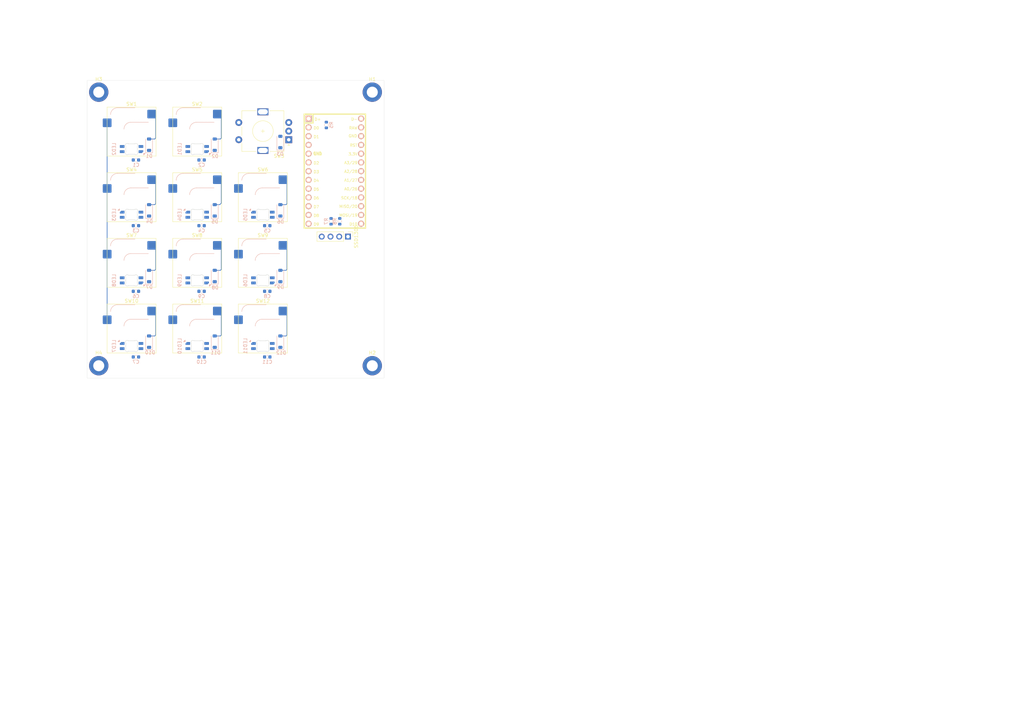
<source format=kicad_pcb>
(kicad_pcb (version 20241229) (generator "pcbnew") (generator_version "9.0")
  (layers (0 "F.Cu" signal) (2 "B.Cu" signal) (13 "F.Paste" user) (15 "B.Paste" user) (5 "F.SilkS" user "F.Silkscreen") (7 "B.SilkS" user "B.Silkscreen") (1 "F.Mask" user) (3 "B.Mask" user) (25 "Edge.Cuts" user))
  (net 0 "")
  (net 1 "Enocder A")
  (net 2 "GND")
  (net 3 "Enocder B")
  (net 4 "+3.3V")
  (net 5 "Row 4")
  (net 6 "Net-(D1-A)")
  (net 7 "Net-(D2-A)")
  (net 8 "Net-(D3-A)")
  (net 9 "Net-(D4-A)")
  (net 10 "Row 1")
  (net 11 "Net-(D5-A)")
  (net 12 "Net-(D6-A)")
  (net 13 "Net-(D7-A)")
  (net 14 "Row 2")
  (net 15 "Row 3")
  (net 17 "Net-(LED1-DOUT)")
  (net 18 "Net-(LED1-DIN)")
  (net 19 "Net-(LED2-DOUT)")
  (net 20 "Net-(LED3-DOUT)")
  (net 21 "Net-(LED4-DOUT)")
  (net 22 "Net-(LED5-DOUT)")
  (net 23 "Net-(LED6-DOUT)")
  (net 24 "Net-(LED7-DIN)")
  (net 25 "Net-(LED10-DIN)")
  (net 26 "Net-(LED8-DIN)")
  (net 27 "Net-(D11-A)")
  (net 28 "Net-(D12-A)")
  (net 29 "Col 3")
  (net 30 "D9")
  (net 31 "D8")
  (net 32 "LED_Matrix")
  (net 33 "SDA_OLED")
  (net 34 "SCL_OLED")
  (net 35 "Col 1")
  (net 36 "Col 2")
  (net 37 "Net-(D9-A)")
  (net 41 "Net-(D8-A)")
  (net 42 "Net-(D10-A)")
  (net 43 "Net-(LED10-DOUT)")
  (footprint "PCM_Switch_Keyboard_Hotswap_Kailh:SW_Hotswap_Kailh_MX_1.00u" (layer "F.Cu") (at 57.15 76.2)
    (property "Reference" "SW8")
    (property "Value" "SW_Push")
  )
  (footprint "footprints:kb2040" (layer "F.Cu") (at 97.2 48.54)
    (property "Reference" "U1" (hide yes))
    (property "Value" "kb2040" (hide yes))
  )
  (footprint "PCM_Switch_Keyboard_Hotswap_Kailh:SW_Hotswap_Kailh_MX_1.00u" (layer "F.Cu") (at 38.1 76.2)
    (property "Reference" "SW7")
    (property "Value" "SW_Push")
  )
  (footprint "PCM_Switch_Keyboard_Hotswap_Kailh:SW_Hotswap_Kailh_MX_1.00u" (layer "F.Cu") (at 38.1 38.1)
    (property "Reference" "SW1")
    (property "Value" "SW_Push")
  )
  (footprint "PCM_Switch_Keyboard_Hotswap_Kailh:SW_Hotswap_Kailh_MX_1.00u" (layer "F.Cu") (at 57.15 57.15)
    (property "Reference" "SW5")
    (property "Value" "SW_Push")
  )
  (footprint "PCM_Switch_Keyboard_Hotswap_Kailh:SW_Hotswap_Kailh_MX_1.00u" (layer "F.Cu") (at 57.15 38.1)
    (property "Reference" "SW2")
    (property "Value" "SW_Push")
  )
  (footprint "PCM_Switch_Keyboard_Hotswap_Kailh:SW_Hotswap_Kailh_MX_1.00u" (layer "F.Cu") (at 76.2 57.15)
    (property "Reference" "SW6")
    (property "Value" "SW_Push")
  )
  (footprint "MountingHole:MountingHole_3.2mm_M3_DIN965_Pad" (layer "F.Cu") (at 28.575 106.045)
    (property "Reference" "H4")
    (property "Value" "MountingHole_Pad")
  )
  (footprint "PCM_Switch_Keyboard_Hotswap_Kailh:SW_Hotswap_Kailh_MX_1.00u" (layer "F.Cu") (at 38.1 95.25)
    (property "Reference" "SW10")
    (property "Value" "SW_Push")
  )
  (footprint "PCM_Switch_Keyboard_Hotswap_Kailh:SW_Hotswap_Kailh_MX_1.00u" (layer "F.Cu") (at 38.1 57.15)
    (property "Reference" "SW4")
    (property "Value" "SW_Push")
  )
  (footprint "Rotary_Encoder:RotaryEncoder_Alps_EC11E-Switch_Vertical_H20mm" (layer "F.Cu") (at 83.71 40.47 180)
    (property "Reference" "SW3")
    (property "Value" "RotaryEncoder_Switch")
  )
  (footprint "PCM_Switch_Keyboard_Hotswap_Kailh:SW_Hotswap_Kailh_MX_1.00u" (layer "F.Cu") (at 76.2 76.2)
    (property "Reference" "SW9")
    (property "Value" "SW_Push")
  )
  (footprint "Connector_PinHeader_2.54mm:PinHeader_1x04_P2.54mm_Vertical" (layer "F.Cu") (at 100.9 68.58 -90)
    (property "Reference" "SSD1306")
    (property "Value" "128 x 32")
  )
  (footprint "MountingHole:MountingHole_3.2mm_M3_DIN965_Pad" (layer "F.Cu") (at 107.95 106.045)
    (property "Reference" "H2")
    (property "Value" "MountingHole_Pad")
  )
  (footprint "PCM_Switch_Keyboard_Hotswap_Kailh:SW_Hotswap_Kailh_MX_1.00u" (layer "F.Cu") (at 57.15 95.25)
    (property "Reference" "SW11")
    (property "Value" "SW_Push")
  )
  (footprint "MountingHole:MountingHole_3.2mm_M3_DIN965_Pad" (layer "F.Cu") (at 107.95 26.67)
    (property "Reference" "H1")
    (property "Value" "MountingHole_Pad")
  )
  (footprint "MountingHole:MountingHole_3.2mm_M3_DIN965_Pad" (layer "F.Cu") (at 28.575 26.67)
    (property "Reference" "H3")
    (property "Value" "MountingHole_Pad")
  )
  (footprint "PCM_Switch_Keyboard_Hotswap_Kailh:SW_Hotswap_Kailh_MX_1.00u" (layer "F.Cu") (at 76.2 95.25)
    (property "Reference" "SW12")
    (property "Value" "SW_Push")
  )
  (footprint "PCM_marbastlib-mx:LED_MX_6028R" (layer "B.Cu") (at 76.2 81.28 180)
    (property "Reference" "LED6")
    (property "Value" "MX_SK6812MINI-E")
    (fp_line (start 1.699999 -0.702841) (end 1.699999 0.702843) (stroke (width 0.1)) (layer "Edge.Cuts"))
    (fp_line (start 0.794452 1.5) (end -0.794453 1.5) (stroke (width 0.1)) (layer "Edge.Cuts"))
    (fp_line (start -0.794452 -1.499999) (end 0.794452 -1.499999) (stroke (width 0.1)) (layer "Edge.Cuts"))
    (fp_line (start -1.699999 0.702843) (end -1.699999 -0.702841) (stroke (width 0.1)) (layer "Edge.Cuts"))
    (fp_arc (start 1.749484 0.919721) (mid 1.712526 0.814069) (end 1.699999 0.702843) (stroke (width 0.1)) (layer "Edge.Cuts"))
    (fp_arc (start 1.749484 0.919721) (mid 1.638072 1.504036) (end 1.046711 1.5683) (stroke (width 0.1)) (layer "Edge.Cuts"))
    (fp_arc (start 1.699999 -0.702842) (mid 1.712536 -0.814064) (end 1.749484 -0.919719) (stroke (width 0.1)) (layer "Edge.Cuts"))
    (fp_arc (start 1.046711 -1.568296) (mid 1.63807 -1.504033) (end 1.749484 -0.919719) (stroke (width 0.1)) (layer "Edge.Cuts"))
    (fp_arc (start 1.04671 -1.568298) (mid 0.925122 -1.517376) (end 0.794452 -1.499999) (stroke (width 0.1)) (layer "Edge.Cuts"))
    (fp_arc (start 0.794453 1.500001) (mid 0.925123 1.517378) (end 1.046711 1.5683) (stroke (width 0.1)) (layer "Edge.Cuts"))
    (fp_arc (start -0.794452 -1.499999) (mid -0.925123 -1.517376) (end -1.046711 -1.568298) (stroke (width 0.1)) (layer "Edge.Cuts"))
    (fp_arc (start -1.046711 1.568299) (mid -0.925123 1.517377) (end -0.794453 1.5) (stroke (width 0.1)) (layer "Edge.Cuts"))
    (fp_arc (start -1.046711 1.568299) (mid -1.63807 1.504035) (end -1.749484 0.919721) (stroke (width 0.1)) (layer "Edge.Cuts"))
    (fp_arc (start -1.699999 0.702844) (mid -1.712527 0.814069) (end -1.749484 0.919721) (stroke (width 0.1)) (layer "Edge.Cuts"))
    (fp_arc (start -1.749484 -0.919718) (mid -1.638072 -1.504034) (end -1.046711 -1.568298) (stroke (width 0.1)) (layer "Edge.Cuts"))
    (fp_arc (start -1.749484 -0.919719) (mid -1.712527 -0.814067) (end -1.699999 -0.702841) (stroke (width 0.1)) (layer "Edge.Cuts"))
  )
  (footprint "Diode_SMD:D_SOD-123" (layer "B.Cu") (at 62.23 99.06 90)
    (property "Reference" "D11")
    (property "Value" "1N4148W")
  )
  (footprint "PCM_marbastlib-mx:LED_MX_6028R" (layer "B.Cu") (at 38.1 100.33)
    (property "Reference" "LED7")
    (property "Value" "MX_SK6812MINI-E")
    (fp_line (start -1.699999 0.702843) (end -1.699999 -0.702841) (stroke (width 0.1)) (layer "Edge.Cuts"))
    (fp_line (start -0.794452 -1.499999) (end 0.794452 -1.499999) (stroke (width 0.1)) (layer "Edge.Cuts"))
    (fp_line (start 0.794452 1.5) (end -0.794453 1.5) (stroke (width 0.1)) (layer "Edge.Cuts"))
    (fp_line (start 1.699999 -0.702841) (end 1.699999 0.702843) (stroke (width 0.1)) (layer "Edge.Cuts"))
    (fp_arc (start -1.749484 -0.919719) (mid -1.712527 -0.814067) (end -1.699999 -0.702841) (stroke (width 0.1)) (layer "Edge.Cuts"))
    (fp_arc (start -1.749484 -0.919718) (mid -1.638072 -1.504034) (end -1.046711 -1.568298) (stroke (width 0.1)) (layer "Edge.Cuts"))
    (fp_arc (start -1.699999 0.702844) (mid -1.712527 0.814069) (end -1.749484 0.919721) (stroke (width 0.1)) (layer "Edge.Cuts"))
    (fp_arc (start -1.046711 1.568299) (mid -1.63807 1.504035) (end -1.749484 0.919721) (stroke (width 0.1)) (layer "Edge.Cuts"))
    (fp_arc (start -1.046711 1.568299) (mid -0.925123 1.517377) (end -0.794453 1.5) (stroke (width 0.1)) (layer "Edge.Cuts"))
    (fp_arc (start -0.794452 -1.499999) (mid -0.925123 -1.517376) (end -1.046711 -1.568298) (stroke (width 0.1)) (layer "Edge.Cuts"))
    (fp_arc (start 0.794453 1.500001) (mid 0.925123 1.517378) (end 1.046711 1.5683) (stroke (width 0.1)) (layer "Edge.Cuts"))
    (fp_arc (start 1.04671 -1.568298) (mid 0.925122 -1.517376) (end 0.794452 -1.499999) (stroke (width 0.1)) (layer "Edge.Cuts"))
    (fp_arc (start 1.046711 -1.568296) (mid 1.63807 -1.504033) (end 1.749484 -0.919719) (stroke (width 0.1)) (layer "Edge.Cuts"))
    (fp_arc (start 1.699999 -0.702842) (mid 1.712536 -0.814064) (end 1.749484 -0.919719) (stroke (width 0.1)) (layer "Edge.Cuts"))
    (fp_arc (start 1.749484 0.919721) (mid 1.638072 1.504036) (end 1.046711 1.5683) (stroke (width 0.1)) (layer "Edge.Cuts"))
    (fp_arc (start 1.749484 0.919721) (mid 1.712526 0.814069) (end 1.699999 0.702843) (stroke (width 0.1)) (layer "Edge.Cuts"))
  )
  (footprint "PCM_marbastlib-mx:LED_MX_6028R" (layer "B.Cu") (at 76.2 62.23)
    (property "Reference" "LED5")
    (property "Value" "MX_SK6812MINI-E")
    (fp_line (start -1.699999 0.702843) (end -1.699999 -0.702841) (stroke (width 0.1)) (layer "Edge.Cuts"))
    (fp_line (start -0.794452 -1.499999) (end 0.794452 -1.499999) (stroke (width 0.1)) (layer "Edge.Cuts"))
    (fp_line (start 0.794452 1.5) (end -0.794453 1.5) (stroke (width 0.1)) (layer "Edge.Cuts"))
    (fp_line (start 1.699999 -0.702841) (end 1.699999 0.702843) (stroke (width 0.1)) (layer "Edge.Cuts"))
    (fp_arc (start -1.749484 -0.919719) (mid -1.712527 -0.814067) (end -1.699999 -0.702841) (stroke (width 0.1)) (layer "Edge.Cuts"))
    (fp_arc (start -1.749484 -0.919718) (mid -1.638072 -1.504034) (end -1.046711 -1.568298) (stroke (width 0.1)) (layer "Edge.Cuts"))
    (fp_arc (start -1.699999 0.702844) (mid -1.712527 0.814069) (end -1.749484 0.919721) (stroke (width 0.1)) (layer "Edge.Cuts"))
    (fp_arc (start -1.046711 1.568299) (mid -1.63807 1.504035) (end -1.749484 0.919721) (stroke (width 0.1)) (layer "Edge.Cuts"))
    (fp_arc (start -1.046711 1.568299) (mid -0.925123 1.517377) (end -0.794453 1.5) (stroke (width 0.1)) (layer "Edge.Cuts"))
    (fp_arc (start -0.794452 -1.499999) (mid -0.925123 -1.517376) (end -1.046711 -1.568298) (stroke (width 0.1)) (layer "Edge.Cuts"))
    (fp_arc (start 0.794453 1.500001) (mid 0.925123 1.517378) (end 1.046711 1.5683) (stroke (width 0.1)) (layer "Edge.Cuts"))
    (fp_arc (start 1.04671 -1.568298) (mid 0.925122 -1.517376) (end 0.794452 -1.499999) (stroke (width 0.1)) (layer "Edge.Cuts"))
    (fp_arc (start 1.046711 -1.568296) (mid 1.63807 -1.504033) (end 1.749484 -0.919719) (stroke (width 0.1)) (layer "Edge.Cuts"))
    (fp_arc (start 1.699999 -0.702842) (mid 1.712536 -0.814064) (end 1.749484 -0.919719) (stroke (width 0.1)) (layer "Edge.Cuts"))
    (fp_arc (start 1.749484 0.919721) (mid 1.638072 1.504036) (end 1.046711 1.5683) (stroke (width 0.1)) (layer "Edge.Cuts"))
    (fp_arc (start 1.749484 0.919721) (mid 1.712526 0.814069) (end 1.699999 0.702843) (stroke (width 0.1)) (layer "Edge.Cuts"))
  )
  (footprint "Diode_SMD:D_SOD-123" (layer "B.Cu") (at 81.28 80.01 90)
    (property "Reference" "D9")
    (property "Value" "1N4148W")
  )
  (footprint "Capacitor_SMD:C_0603_1608Metric" (layer "B.Cu") (at 58.42 84.455)
    (property "Reference" "C9")
    (property "Value" "100nf")
  )
  (footprint "Resistor_SMD:R_0603_1608Metric" (layer "B.Cu") (at 95.9975 64.135 -90)
    (property "Reference" "R7")
    (property "Value" "4k7")
  )
  (footprint "Diode_SMD:D_SOD-123" (layer "B.Cu") (at 62.23 41.91 90)
    (property "Reference" "D2")
    (property "Value" "1N4148W")
  )
  (footprint "Capacitor_SMD:C_0603_1608Metric" (layer "B.Cu") (at 77.47 103.505)
    (property "Reference" "C11")
    (property "Value" "100nf")
  )
  (footprint "Capacitor_SMD:C_0603_1608Metric" (layer "B.Cu") (at 77.47 65.405)
    (property "Reference" "C5")
    (property "Value" "100nf")
  )
  (footprint "Diode_SMD:D_SOD-123" (layer "B.Cu") (at 62.23 60.96 90)
    (property "Reference" "D5")
    (property "Value" "1N4148W")
  )
  (footprint "PCM_marbastlib-mx:LED_MX_6028R" (layer "B.Cu") (at 38.1 81.28 180)
    (property "Reference" "LED8")
    (property "Value" "MX_SK6812MINI-E")
    (fp_line (start 1.699999 -0.702841) (end 1.699999 0.702843) (stroke (width 0.1)) (layer "Edge.Cuts"))
    (fp_line (start 0.794452 1.5) (end -0.794453 1.5) (stroke (width 0.1)) (layer "Edge.Cuts"))
    (fp_line (start -0.794452 -1.499999) (end 0.794452 -1.499999) (stroke (width 0.1)) (layer "Edge.Cuts"))
    (fp_line (start -1.699999 0.702843) (end -1.699999 -0.702841) (stroke (width 0.1)) (layer "Edge.Cuts"))
    (fp_arc (start 1.749484 0.919721) (mid 1.712526 0.814069) (end 1.699999 0.702843) (stroke (width 0.1)) (layer "Edge.Cuts"))
    (fp_arc (start 1.749484 0.919721) (mid 1.638072 1.504036) (end 1.046711 1.5683) (stroke (width 0.1)) (layer "Edge.Cuts"))
    (fp_arc (start 1.699999 -0.702842) (mid 1.712536 -0.814064) (end 1.749484 -0.919719) (stroke (width 0.1)) (layer "Edge.Cuts"))
    (fp_arc (start 1.046711 -1.568296) (mid 1.63807 -1.504033) (end 1.749484 -0.919719) (stroke (width 0.1)) (layer "Edge.Cuts"))
    (fp_arc (start 1.04671 -1.568298) (mid 0.925122 -1.517376) (end 0.794452 -1.499999) (stroke (width 0.1)) (layer "Edge.Cuts"))
    (fp_arc (start 0.794453 1.500001) (mid 0.925123 1.517378) (end 1.046711 1.5683) (stroke (width 0.1)) (layer "Edge.Cuts"))
    (fp_arc (start -0.794452 -1.499999) (mid -0.925123 -1.517376) (end -1.046711 -1.568298) (stroke (width 0.1)) (layer "Edge.Cuts"))
    (fp_arc (start -1.046711 1.568299) (mid -0.925123 1.517377) (end -0.794453 1.5) (stroke (width 0.1)) (layer "Edge.Cuts"))
    (fp_arc (start -1.046711 1.568299) (mid -1.63807 1.504035) (end -1.749484 0.919721) (stroke (width 0.1)) (layer "Edge.Cuts"))
    (fp_arc (start -1.699999 0.702844) (mid -1.712527 0.814069) (end -1.749484 0.919721) (stroke (width 0.1)) (layer "Edge.Cuts"))
    (fp_arc (start -1.749484 -0.919718) (mid -1.638072 -1.504034) (end -1.046711 -1.568298) (stroke (width 0.1)) (layer "Edge.Cuts"))
    (fp_arc (start -1.749484 -0.919719) (mid -1.712527 -0.814067) (end -1.699999 -0.702841) (stroke (width 0.1)) (layer "Edge.Cuts"))
  )
  (footprint "PCM_marbastlib-mx:LED_MX_6028R" (layer "B.Cu") (at 38.1 62.23)
    (property "Reference" "LED3")
    (property "Value" "MX_SK6812MINI-E")
    (fp_line (start -1.699999 0.702843) (end -1.699999 -0.702841) (stroke (width 0.1)) (layer "Edge.Cuts"))
    (fp_line (start -0.794452 -1.499999) (end 0.794452 -1.499999) (stroke (width 0.1)) (layer "Edge.Cuts"))
    (fp_line (start 0.794452 1.5) (end -0.794453 1.5) (stroke (width 0.1)) (layer "Edge.Cuts"))
    (fp_line (start 1.699999 -0.702841) (end 1.699999 0.702843) (stroke (width 0.1)) (layer "Edge.Cuts"))
    (fp_arc (start -1.749484 -0.919719) (mid -1.712527 -0.814067) (end -1.699999 -0.702841) (stroke (width 0.1)) (layer "Edge.Cuts"))
    (fp_arc (start -1.749484 -0.919718) (mid -1.638072 -1.504034) (end -1.046711 -1.568298) (stroke (width 0.1)) (layer "Edge.Cuts"))
    (fp_arc (start -1.699999 0.702844) (mid -1.712527 0.814069) (end -1.749484 0.919721) (stroke (width 0.1)) (layer "Edge.Cuts"))
    (fp_arc (start -1.046711 1.568299) (mid -1.63807 1.504035) (end -1.749484 0.919721) (stroke (width 0.1)) (layer "Edge.Cuts"))
    (fp_arc (start -1.046711 1.568299) (mid -0.925123 1.517377) (end -0.794453 1.5) (stroke (width 0.1)) (layer "Edge.Cuts"))
    (fp_arc (start -0.794452 -1.499999) (mid -0.925123 -1.517376) (end -1.046711 -1.568298) (stroke (width 0.1)) (layer "Edge.Cuts"))
    (fp_arc (start 0.794453 1.500001) (mid 0.925123 1.517378) (end 1.046711 1.5683) (stroke (width 0.1)) (layer "Edge.Cuts"))
    (fp_arc (start 1.04671 -1.568298) (mid 0.925122 -1.517376) (end 0.794452 -1.499999) (stroke (width 0.1)) (layer "Edge.Cuts"))
    (fp_arc (start 1.046711 -1.568296) (mid 1.63807 -1.504033) (end 1.749484 -0.919719) (stroke (width 0.1)) (layer "Edge.Cuts"))
    (fp_arc (start 1.699999 -0.702842) (mid 1.712536 -0.814064) (end 1.749484 -0.919719) (stroke (width 0.1)) (layer "Edge.Cuts"))
    (fp_arc (start 1.749484 0.919721) (mid 1.638072 1.504036) (end 1.046711 1.5683) (stroke (width 0.1)) (layer "Edge.Cuts"))
    (fp_arc (start 1.749484 0.919721) (mid 1.712526 0.814069) (end 1.699999 0.702843) (stroke (width 0.1)) (layer "Edge.Cuts"))
  )
  (footprint "Diode_SMD:D_SOD-123" (layer "B.Cu") (at 43.18 41.91 90)
    (property "Reference" "D1")
    (property "Value" "1N4148W")
  )
  (footprint "Capacitor_SMD:C_0603_1608Metric" (layer "B.Cu") (at 39.37 46.355)
    (property "Reference" "C1")
    (property "Value" "100nf")
  )
  (footprint "PCM_marbastlib-mx:LED_MX_6028R" (layer "B.Cu") (at 57.15 43.18 180)
    (property "Reference" "LED1")
    (property "Value" "MX_SK6812MINI-E")
    (fp_line (start 1.699999 -0.702841) (end 1.699999 0.702843) (stroke (width 0.1)) (layer "Edge.Cuts"))
    (fp_line (start 0.794452 1.5) (end -0.794453 1.5) (stroke (width 0.1)) (layer "Edge.Cuts"))
    (fp_line (start -0.794452 -1.499999) (end 0.794452 -1.499999) (stroke (width 0.1)) (layer "Edge.Cuts"))
    (fp_line (start -1.699999 0.702843) (end -1.699999 -0.702841) (stroke (width 0.1)) (layer "Edge.Cuts"))
    (fp_arc (start 1.749484 0.919721) (mid 1.712526 0.814069) (end 1.699999 0.702843) (stroke (width 0.1)) (layer "Edge.Cuts"))
    (fp_arc (start 1.749484 0.919721) (mid 1.638072 1.504036) (end 1.046711 1.5683) (stroke (width 0.1)) (layer "Edge.Cuts"))
    (fp_arc (start 1.699999 -0.702842) (mid 1.712536 -0.814064) (end 1.749484 -0.919719) (stroke (width 0.1)) (layer "Edge.Cuts"))
    (fp_arc (start 1.046711 -1.568296) (mid 1.63807 -1.504033) (end 1.749484 -0.919719) (stroke (width 0.1)) (layer "Edge.Cuts"))
    (fp_arc (start 1.04671 -1.568298) (mid 0.925122 -1.517376) (end 0.794452 -1.499999) (stroke (width 0.1)) (layer "Edge.Cuts"))
    (fp_arc (start 0.794453 1.500001) (mid 0.925123 1.517378) (end 1.046711 1.5683) (stroke (width 0.1)) (layer "Edge.Cuts"))
    (fp_arc (start -0.794452 -1.499999) (mid -0.925123 -1.517376) (end -1.046711 -1.568298) (stroke (width 0.1)) (layer "Edge.Cuts"))
    (fp_arc (start -1.046711 1.568299) (mid -0.925123 1.517377) (end -0.794453 1.5) (stroke (width 0.1)) (layer "Edge.Cuts"))
    (fp_arc (start -1.046711 1.568299) (mid -1.63807 1.504035) (end -1.749484 0.919721) (stroke (width 0.1)) (layer "Edge.Cuts"))
    (fp_arc (start -1.699999 0.702844) (mid -1.712527 0.814069) (end -1.749484 0.919721) (stroke (width 0.1)) (layer "Edge.Cuts"))
    (fp_arc (start -1.749484 -0.919718) (mid -1.638072 -1.504034) (end -1.046711 -1.568298) (stroke (width 0.1)) (layer "Edge.Cuts"))
    (fp_arc (start -1.749484 -0.919719) (mid -1.712527 -0.814067) (end -1.699999 -0.702841) (stroke (width 0.1)) (layer "Edge.Cuts"))
  )
  (footprint "Resistor_SMD:R_0603_1608Metric" (layer "B.Cu") (at 94.615 36.195 90)
    (property "Reference" "R5")
    (property "Value" "330")
  )
  (footprint "PCM_marbastlib-mx:LED_MX_6028R" (layer "B.Cu") (at 38.1 43.18 180)
    (property "Reference" "LED2")
    (property "Value" "MX_SK6812MINI-E")
    (fp_line (start 1.699999 -0.702841) (end 1.699999 0.702843) (stroke (width 0.1)) (layer "Edge.Cuts"))
    (fp_line (start 0.794452 1.5) (end -0.794453 1.5) (stroke (width 0.1)) (layer "Edge.Cuts"))
    (fp_line (start -0.794452 -1.499999) (end 0.794452 -1.499999) (stroke (width 0.1)) (layer "Edge.Cuts"))
    (fp_line (start -1.699999 0.702843) (end -1.699999 -0.702841) (stroke (width 0.1)) (layer "Edge.Cuts"))
    (fp_arc (start 1.749484 0.919721) (mid 1.712526 0.814069) (end 1.699999 0.702843) (stroke (width 0.1)) (layer "Edge.Cuts"))
    (fp_arc (start 1.749484 0.919721) (mid 1.638072 1.504036) (end 1.046711 1.5683) (stroke (width 0.1)) (layer "Edge.Cuts"))
    (fp_arc (start 1.699999 -0.702842) (mid 1.712536 -0.814064) (end 1.749484 -0.919719) (stroke (width 0.1)) (layer "Edge.Cuts"))
    (fp_arc (start 1.046711 -1.568296) (mid 1.63807 -1.504033) (end 1.749484 -0.919719) (stroke (width 0.1)) (layer "Edge.Cuts"))
    (fp_arc (start 1.04671 -1.568298) (mid 0.925122 -1.517376) (end 0.794452 -1.499999) (stroke (width 0.1)) (layer "Edge.Cuts"))
    (fp_arc (start 0.794453 1.500001) (mid 0.925123 1.517378) (end 1.046711 1.5683) (stroke (width 0.1)) (layer "Edge.Cuts"))
    (fp_arc (start -0.794452 -1.499999) (mid -0.925123 -1.517376) (end -1.046711 -1.568298) (stroke (width 0.1)) (layer "Edge.Cuts"))
    (fp_arc (start -1.046711 1.568299) (mid -0.925123 1.517377) (end -0.794453 1.5) (stroke (width 0.1)) (layer "Edge.Cuts"))
    (fp_arc (start -1.046711 1.568299) (mid -1.63807 1.504035) (end -1.749484 0.919721) (stroke (width 0.1)) (layer "Edge.Cuts"))
    (fp_arc (start -1.699999 0.702844) (mid -1.712527 0.814069) (end -1.749484 0.919721) (stroke (width 0.1)) (layer "Edge.Cuts"))
    (fp_arc (start -1.749484 -0.919718) (mid -1.638072 -1.504034) (end -1.046711 -1.568298) (stroke (width 0.1)) (layer "Edge.Cuts"))
    (fp_arc (start -1.749484 -0.919719) (mid -1.712527 -0.814067) (end -1.699999 -0.702841) (stroke (width 0.1)) (layer "Edge.Cuts"))
  )
  (footprint "PCM_marbastlib-mx:LED_MX_6028R" (layer "B.Cu") (at 57.15 100.33)
    (property "Reference" "LED10")
    (property "Value" "MX_SK6812MINI-E")
    (fp_line (start -1.699999 0.702843) (end -1.699999 -0.702841) (stroke (width 0.1)) (layer "Edge.Cuts"))
    (fp_line (start -0.794452 -1.499999) (end 0.794452 -1.499999) (stroke (width 0.1)) (layer "Edge.Cuts"))
    (fp_line (start 0.794452 1.5) (end -0.794453 1.5) (stroke (width 0.1)) (layer "Edge.Cuts"))
    (fp_line (start 1.699999 -0.702841) (end 1.699999 0.702843) (stroke (width 0.1)) (layer "Edge.Cuts"))
    (fp_arc (start -1.749484 -0.919719) (mid -1.712527 -0.814067) (end -1.699999 -0.702841) (stroke (width 0.1)) (layer "Edge.Cuts"))
    (fp_arc (start -1.749484 -0.919718) (mid -1.638072 -1.504034) (end -1.046711 -1.568298) (stroke (width 0.1)) (layer "Edge.Cuts"))
    (fp_arc (start -1.699999 0.702844) (mid -1.712527 0.814069) (end -1.749484 0.919721) (stroke (width 0.1)) (layer "Edge.Cuts"))
    (fp_arc (start -1.046711 1.568299) (mid -1.63807 1.504035) (end -1.749484 0.919721) (stroke (width 0.1)) (layer "Edge.Cuts"))
    (fp_arc (start -1.046711 1.568299) (mid -0.925123 1.517377) (end -0.794453 1.5) (stroke (width 0.1)) (layer "Edge.Cuts"))
    (fp_arc (start -0.794452 -1.499999) (mid -0.925123 -1.517376) (end -1.046711 -1.568298) (stroke (width 0.1)) (layer "Edge.Cuts"))
    (fp_arc (start 0.794453 1.500001) (mid 0.925123 1.517378) (end 1.046711 1.5683) (stroke (width 0.1)) (layer "Edge.Cuts"))
    (fp_arc (start 1.04671 -1.568298) (mid 0.925122 -1.517376) (end 0.794452 -1.499999) (stroke (width 0.1)) (layer "Edge.Cuts"))
    (fp_arc (start 1.046711 -1.568296) (mid 1.63807 -1.504033) (end 1.749484 -0.919719) (stroke (width 0.1)) (layer "Edge.Cuts"))
    (fp_arc (start 1.699999 -0.702842) (mid 1.712536 -0.814064) (end 1.749484 -0.919719) (stroke (width 0.1)) (layer "Edge.Cuts"))
    (fp_arc (start 1.749484 0.919721) (mid 1.638072 1.504036) (end 1.046711 1.5683) (stroke (width 0.1)) (layer "Edge.Cuts"))
    (fp_arc (start 1.749484 0.919721) (mid 1.712526 0.814069) (end 1.699999 0.702843) (stroke (width 0.1)) (layer "Edge.Cuts"))
  )
  (footprint "Diode_SMD:D_SOD-123" (layer "B.Cu") (at 62.23 80.01 90)
    (property "Reference" "D8")
    (property "Value" "1N4148W")
  )
  (footprint "Capacitor_SMD:C_0603_1608Metric" (layer "B.Cu") (at 39.37 103.505)
    (property "Reference" "C7")
    (property "Value" "100nf")
  )
  (footprint "Capacitor_SMD:C_0603_1608Metric" (layer "B.Cu") (at 77.47 84.455)
    (property "Reference" "C8")
    (property "Value" "100nf")
  )
  (footprint "Capacitor_SMD:C_0603_1608Metric" (layer "B.Cu") (at 39.37 84.455)
    (property "Reference" "C6")
    (property "Value" "100nf")
  )
  (footprint "Capacitor_SMD:C_0603_1608Metric" (layer "B.Cu") (at 39.37 65.405)
    (property "Reference" "C3")
    (property "Value" "100nf")
  )
  (footprint "PCM_marbastlib-mx:LED_MX_6028R" (layer "B.Cu") (at 76.2 100.33)
    (property "Reference" "LED11")
    (property "Value" "MX_SK6812MINI-E")
    (fp_line (start -1.699999 0.702843) (end -1.699999 -0.702841) (stroke (width 0.1)) (layer "Edge.Cuts"))
    (fp_line (start -0.794452 -1.499999) (end 0.794452 -1.499999) (stroke (width 0.1)) (layer "Edge.Cuts"))
    (fp_line (start 0.794452 1.5) (end -0.794453 1.5) (stroke (width 0.1)) (layer "Edge.Cuts"))
    (fp_line (start 1.699999 -0.702841) (end 1.699999 0.702843) (stroke (width 0.1)) (layer "Edge.Cuts"))
    (fp_arc (start -1.749484 -0.919719) (mid -1.712527 -0.814067) (end -1.699999 -0.702841) (stroke (width 0.1)) (layer "Edge.Cuts"))
    (fp_arc (start -1.749484 -0.919718) (mid -1.638072 -1.504034) (end -1.046711 -1.568298) (stroke (width 0.1)) (layer "Edge.Cuts"))
    (fp_arc (start -1.699999 0.702844) (mid -1.712527 0.814069) (end -1.749484 0.919721) (stroke (width 0.1)) (layer "Edge.Cuts"))
    (fp_arc (start -1.046711 1.568299) (mid -1.63807 1.504035) (end -1.749484 0.919721) (stroke (width 0.1)) (layer "Edge.Cuts"))
    (fp_arc (start -1.046711 1.568299) (mid -0.925123 1.517377) (end -0.794453 1.5) (stroke (width 0.1)) (layer "Edge.Cuts"))
    (fp_arc (start -0.794452 -1.499999) (mid -0.925123 -1.517376) (end -1.046711 -1.568298) (stroke (width 0.1)) (layer "Edge.Cuts"))
    (fp_arc (start 0.794453 1.500001) (mid 0.925123 1.517378) (end 1.046711 1.5683) (stroke (width 0.1)) (layer "Edge.Cuts"))
    (fp_arc (start 1.04671 -1.568298) (mid 0.925122 -1.517376) (end 0.794452 -1.499999) (stroke (width 0.1)) (layer "Edge.Cuts"))
    (fp_arc (start 1.046711 -1.568296) (mid 1.63807 -1.504033) (end 1.749484 -0.919719) (stroke (width 0.1)) (layer "Edge.Cuts"))
    (fp_arc (start 1.699999 -0.702842) (mid 1.712536 -0.814064) (end 1.749484 -0.919719) (stroke (width 0.1)) (layer "Edge.Cuts"))
    (fp_arc (start 1.749484 0.919721) (mid 1.638072 1.504036) (end 1.046711 1.5683) (stroke (width 0.1)) (layer "Edge.Cuts"))
    (fp_arc (start 1.749484 0.919721) (mid 1.712526 0.814069) (end 1.699999 0.702843) (stroke (width 0.1)) (layer "Edge.Cuts"))
  )
  (footprint "Capacitor_SMD:C_0603_1608Metric" (layer "B.Cu") (at 58.42 46.355)
    (property "Reference" "C2")
    (property "Value" "100nf")
  )
  (footprint "Diode_SMD:D_SOD-123" (layer "B.Cu") (at 43.18 99.06 90)
    (property "Reference" "D10")
    (property "Value" "1N4148W")
  )
  (footprint "Capacitor_SMD:C_0603_1608Metric" (layer "B.Cu") (at 58.42 103.505)
    (property "Reference" "C10")
    (property "Value" "100nf")
  )
  (footprint "Diode_SMD:D_SOD-123" (layer "B.Cu") (at 81.28 60.96 90)
    (property "Reference" "D6")
    (property "Value" "1N4148W")
  )
  (footprint "Diode_SMD:D_SOD-123" (layer "B.Cu") (at 43.18 80.01 90)
    (property "Reference" "D7")
    (property "Value" "1N4148W")
  )
  (footprint "PCM_marbastlib-mx:LED_MX_6028R" (layer "B.Cu") (at 57.15 81.28 180)
    (property "Reference" "LED9")
    (property "Value" "MX_SK6812MINI-E")
    (fp_line (start 1.699999 -0.702841) (end 1.699999 0.702843) (stroke (width 0.1)) (layer "Edge.Cuts"))
    (fp_line (start 0.794452 1.5) (end -0.794453 1.5) (stroke (width 0.1)) (layer "Edge.Cuts"))
    (fp_line (start -0.794452 -1.499999) (end 0.794452 -1.499999) (stroke (width 0.1)) (layer "Edge.Cuts"))
    (fp_line (start -1.699999 0.702843) (end -1.699999 -0.702841) (stroke (width 0.1)) (layer "Edge.Cuts"))
    (fp_arc (start 1.749484 0.919721) (mid 1.712526 0.814069) (end 1.699999 0.702843) (stroke (width 0.1)) (layer "Edge.Cuts"))
    (fp_arc (start 1.749484 0.919721) (mid 1.638072 1.504036) (end 1.046711 1.5683) (stroke (width 0.1)) (layer "Edge.Cuts"))
    (fp_arc (start 1.699999 -0.702842) (mid 1.712536 -0.814064) (end 1.749484 -0.919719) (stroke (width 0.1)) (layer "Edge.Cuts"))
    (fp_arc (start 1.046711 -1.568296) (mid 1.63807 -1.504033) (end 1.749484 -0.919719) (stroke (width 0.1)) (layer "Edge.Cuts"))
    (fp_arc (start 1.04671 -1.568298) (mid 0.925122 -1.517376) (end 0.794452 -1.499999) (stroke (width 0.1)) (layer "Edge.Cuts"))
    (fp_arc (start 0.794453 1.500001) (mid 0.925123 1.517378) (end 1.046711 1.5683) (stroke (width 0.1)) (layer "Edge.Cuts"))
    (fp_arc (start -0.794452 -1.499999) (mid -0.925123 -1.517376) (end -1.046711 -1.568298) (stroke (width 0.1)) (layer "Edge.Cuts"))
    (fp_arc (start -1.046711 1.568299) (mid -0.925123 1.517377) (end -0.794453 1.5) (stroke (width 0.1)) (layer "Edge.Cuts"))
    (fp_arc (start -1.046711 1.568299) (mid -1.63807 1.504035) (end -1.749484 0.919721) (stroke (width 0.1)) (layer "Edge.Cuts"))
    (fp_arc (start -1.699999 0.702844) (mid -1.712527 0.814069) (end -1.749484 0.919721) (stroke (width 0.1)) (layer "Edge.Cuts"))
    (fp_arc (start -1.749484 -0.919718) (mid -1.638072 -1.504034) (end -1.046711 -1.568298) (stroke (width 0.1)) (layer "Edge.Cuts"))
    (fp_arc (start -1.749484 -0.919719) (mid -1.712527 -0.814067) (end -1.699999 -0.702841) (stroke (width 0.1)) (layer "Edge.Cuts"))
  )
  (footprint "Diode_SMD:D_SOD-123" (layer "B.Cu") (at 43.18 60.96 90)
    (property "Reference" "D4")
    (property "Value" "1N4148W")
  )
  (footprint "Diode_SMD:D_SOD-123" (layer "B.Cu") (at 81.28 99.06 90)
    (property "Reference" "D12")
    (property "Value" "1N4148W")
  )
  (footprint "Diode_SMD:D_SOD-123" (layer "B.Cu") (at 81.28 41.13 90)
    (property "Reference" "D3")
    (property "Value" "1N4148W")
  )
  (footprint "Capacitor_SMD:C_0603_1608Metric" (layer "B.Cu") (at 58.42 65.405)
    (property "Reference" "C4")
    (property "Value" "100nf")
  )
  (footprint "PCM_marbastlib-mx:LED_MX_6028R" (layer "B.Cu") (at 57.15 62.23)
    (property "Reference" "LED4")
    (property "Value" "MX_SK6812MINI-E")
    (fp_line (start -1.699999 0.702843) (end -1.699999 -0.702841) (stroke (width 0.1)) (layer "Edge.Cuts"))
    (fp_line (start -0.794452 -1.499999) (end 0.794452 -1.499999) (stroke (width 0.1)) (layer "Edge.Cuts"))
    (fp_line (start 0.794452 1.5) (end -0.794453 1.5) (stroke (width 0.1)) (layer "Edge.Cuts"))
    (fp_line (start 1.699999 -0.702841) (end 1.699999 0.702843) (stroke (width 0.1)) (layer "Edge.Cuts"))
    (fp_arc (start -1.749484 -0.919719) (mid -1.712527 -0.814067) (end -1.699999 -0.702841) (stroke (width 0.1)) (layer "Edge.Cuts"))
    (fp_arc (start -1.749484 -0.919718) (mid -1.638072 -1.504034) (end -1.046711 -1.568298) (stroke (width 0.1)) (layer "Edge.Cuts"))
    (fp_arc (start -1.699999 0.702844) (mid -1.712527 0.814069) (end -1.749484 0.919721) (stroke (width 0.1)) (layer "Edge.Cuts"))
    (fp_arc (start -1.046711 1.568299) (mid -1.63807 1.504035) (end -1.749484 0.919721) (stroke (width 0.1)) (layer "Edge.Cuts"))
    (fp_arc (start -1.046711 1.568299) (mid -0.925123 1.517377) (end -0.794453 1.5) (stroke (width 0.1)) (layer "Edge.Cuts"))
    (fp_arc (start -0.794452 -1.499999) (mid -0.925123 -1.517376) (end -1.046711 -1.568298) (stroke (width 0.1)) (layer "Edge.Cuts"))
    (fp_arc (start 0.794453 1.500001) (mid 0.925123 1.517378) (end 1.046711 1.5683) (stroke (width 0.1)) (layer "Edge.Cuts"))
    (fp_arc (start 1.04671 -1.568298) (mid 0.925122 -1.517376) (end 0.794452 -1.499999) (stroke (width 0.1)) (layer "Edge.Cuts"))
    (fp_arc (start 1.046711 -1.568296) (mid 1.63807 -1.504033) (end 1.749484 -0.919719) (stroke (width 0.1)) (layer "Edge.Cuts"))
    (fp_arc (start 1.699999 -0.702842) (mid 1.712536 -0.814064) (end 1.749484 -0.919719) (stroke (width 0.1)) (layer "Edge.Cuts"))
    (fp_arc (start 1.749484 0.919721) (mid 1.638072 1.504036) (end 1.046711 1.5683) (stroke (width 0.1)) (layer "Edge.Cuts"))
    (fp_arc (start 1.749484 0.919721) (mid 1.712526 0.814069) (end 1.699999 0.702843) (stroke (width 0.1)) (layer "Edge.Cuts"))
  )
  (footprint "Resistor_SMD:R_0603_1608Metric" (layer "B.Cu") (at 98.5075 64.135 -90)
    (property "Reference" "R8")
    (property "Value" "4k7")
  )
  (gr_rect (start 25.18 23.265) (end 111.365 109.62) (stroke (width 0.05)) (fill no) (layer "Edge.Cuts"))
  (segment (start 45.085 34.163) (end 45.085 40.005) (width 0.2) (layer "B.Cu") (net 6))
  (segment (start 44.83 40.26) (end 43.18 40.26) (width 0.2) (layer "B.Cu") (net 6))
  (segment (start 43.942 33.02) (end 45.085 34.163) (width 0.2) (layer "B.Cu") (net 6))
  (segment (start 45.085 40.005) (end 44.83 40.26) (width 0.2) (layer "B.Cu") (net 6))
  (segment (start 62.23 40.26) (end 63.88 40.26) (width 0.2) (layer "B.Cu") (net 7))
  (segment (start 63.88 40.26) (end 64.135 40.005) (width 0.2) (layer "B.Cu") (net 7))
  (segment (start 64.135 34.163) (end 62.992 33.02) (width 0.2) (layer "B.Cu") (net 7))
  (segment (start 64.135 40.005) (end 64.135 34.163) (width 0.2) (layer "B.Cu") (net 7))
  (segment (start 45.085 59.055) (end 45.085 53.213) (width 0.2) (layer "B.Cu") (net 9))
  (segment (start 44.83 59.31) (end 45.085 59.055) (width 0.2) (layer "B.Cu") (net 9))
  (segment (start 43.18 59.31) (end 44.83 59.31) (width 0.2) (layer "B.Cu") (net 9))
  (segment (start 45.085 53.213) (end 43.942 52.07) (width 0.2) (layer "B.Cu") (net 9))
  (segment (start 64.135 58.865) (end 64.135 53.213) (width 0.2) (layer "B.Cu") (net 11))
  (segment (start 63.69 59.31) (end 64.135 58.865) (width 0.2) (layer "B.Cu") (net 11))
  (segment (start 62.23 59.31) (end 63.69 59.31) (width 0.2) (layer "B.Cu") (net 11))
  (segment (start 64.135 53.213) (end 62.992 52.07) (width 0.2) (layer "B.Cu") (net 11))
  (segment (start 81.28 59.31) (end 82.93 59.31) (width 0.2) (layer "B.Cu") (net 12))
  (segment (start 83.185 59.055) (end 83.185 53.213) (width 0.2) (layer "B.Cu") (net 12))
  (segment (start 82.93 59.31) (end 83.185 59.055) (width 0.2) (layer "B.Cu") (net 12))
  (segment (start 83.185 53.213) (end 82.042 52.07) (width 0.2) (layer "B.Cu") (net 12))
  (segment (start 45.085 72.263) (end 43.942 71.12) (width 0.2) (layer "B.Cu") (net 13))
  (segment (start 44.83 78.36) (end 45.085 78.105) (width 0.2) (layer "B.Cu") (net 13))
  (segment (start 43.18 78.36) (end 44.83 78.36) (width 0.2) (layer "B.Cu") (net 13))
  (segment (start 45.085 78.105) (end 45.085 72.263) (width 0.2) (layer "B.Cu") (net 13))
  (segment (start 64.135 91.313) (end 62.992 90.17) (width 0.2) (layer "B.Cu") (net 27))
  (segment (start 63.88 97.41) (end 64.135 97.155) (width 0.2) (layer "B.Cu") (net 27))
  (segment (start 62.23 97.41) (end 63.88 97.41) (width 0.2) (layer "B.Cu") (net 27))
  (segment (start 64.135 97.155) (end 64.135 91.313) (width 0.2) (layer "B.Cu") (net 27))
  (segment (start 82.93 97.41) (end 83.185 97.155) (width 0.2) (layer "B.Cu") (net 28))
  (segment (start 83.185 91.313) (end 82.042 90.17) (width 0.2) (layer "B.Cu") (net 28))
  (segment (start 83.185 97.155) (end 83.185 91.313) (width 0.2) (layer "B.Cu") (net 28))
  (segment (start 81.28 97.41) (end 82.93 97.41) (width 0.2) (layer "B.Cu") (net 28))
  (segment (start 31.015 92.71) (end 31.015 35.56) (width 0.2) (layer "B.Cu") (net 35))
  (segment (start 83.185 78.105) (end 83.185 72.263) (width 0.2) (layer "B.Cu") (net 37))
  (segment (start 82.93 78.36) (end 83.185 78.105) (width 0.2) (layer "B.Cu") (net 37))
  (segment (start 83.185 72.263) (end 82.042 71.12) (width 0.2) (layer "B.Cu") (net 37))
  (segment (start 81.28 78.36) (end 82.93 78.36) (width 0.2) (layer "B.Cu") (net 37))
  (segment (start 64.135 72.263) (end 62.992 71.12) (width 0.2) (layer "B.Cu") (net 41))
  (segment (start 64.135 78.105) (end 64.135 72.263) (width 0.2) (layer "B.Cu") (net 41))
  (segment (start 62.23 78.36) (end 63.88 78.36) (width 0.2) (layer "B.Cu") (net 41))
  (segment (start 63.88 78.36) (end 64.135 78.105) (width 0.2) (layer "B.Cu") (net 41))
  (segment (start 45.085 91.313) (end 43.942 90.17) (width 0.2) (layer "B.Cu") (net 42))
  (segment (start 43.18 97.41) (end 44.83 97.41) (width 0.2) (layer "B.Cu") (net 42))
  (segment (start 45.085 97.155) (end 45.085 91.313) (width 0.2) (layer "B.Cu") (net 42))
  (segment (start 44.83 97.41) (end 45.085 97.155) (width 0.2) (layer "B.Cu") (net 42))
)
</source>
